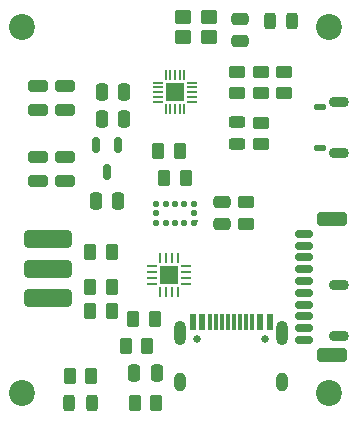
<source format=gts>
%TF.GenerationSoftware,KiCad,Pcbnew,9.0.4*%
%TF.CreationDate,2025-12-02T01:12:31+00:00*%
%TF.ProjectId,dtv2,64747632-2e6b-4696-9361-645f70636258,rev?*%
%TF.SameCoordinates,Original*%
%TF.FileFunction,Soldermask,Top*%
%TF.FilePolarity,Negative*%
%FSLAX46Y46*%
G04 Gerber Fmt 4.6, Leading zero omitted, Abs format (unit mm)*
G04 Created by KiCad (PCBNEW 9.0.4) date 2025-12-02 01:12:31*
%MOMM*%
%LPD*%
G01*
G04 APERTURE LIST*
G04 Aperture macros list*
%AMRoundRect*
0 Rectangle with rounded corners*
0 $1 Rounding radius*
0 $2 $3 $4 $5 $6 $7 $8 $9 X,Y pos of 4 corners*
0 Add a 4 corners polygon primitive as box body*
4,1,4,$2,$3,$4,$5,$6,$7,$8,$9,$2,$3,0*
0 Add four circle primitives for the rounded corners*
1,1,$1+$1,$2,$3*
1,1,$1+$1,$4,$5*
1,1,$1+$1,$6,$7*
1,1,$1+$1,$8,$9*
0 Add four rect primitives between the rounded corners*
20,1,$1+$1,$2,$3,$4,$5,0*
20,1,$1+$1,$4,$5,$6,$7,0*
20,1,$1+$1,$6,$7,$8,$9,0*
20,1,$1+$1,$8,$9,$2,$3,0*%
G04 Aperture macros list end*
%ADD10RoundRect,0.250000X0.262500X0.450000X-0.262500X0.450000X-0.262500X-0.450000X0.262500X-0.450000X0*%
%ADD11RoundRect,0.250000X-0.262500X-0.450000X0.262500X-0.450000X0.262500X0.450000X-0.262500X0.450000X0*%
%ADD12RoundRect,0.243750X0.243750X0.456250X-0.243750X0.456250X-0.243750X-0.456250X0.243750X-0.456250X0*%
%ADD13RoundRect,0.250000X-0.450000X0.262500X-0.450000X-0.262500X0.450000X-0.262500X0.450000X0.262500X0*%
%ADD14RoundRect,0.250000X0.450000X-0.262500X0.450000X0.262500X-0.450000X0.262500X-0.450000X-0.262500X0*%
%ADD15C,2.200000*%
%ADD16RoundRect,0.062500X0.127500X0.062500X-0.127500X0.062500X-0.127500X-0.062500X0.127500X-0.062500X0*%
%ADD17RoundRect,0.125000X0.125000X0.125000X-0.125000X0.125000X-0.125000X-0.125000X0.125000X-0.125000X0*%
%ADD18RoundRect,0.050000X-0.050000X0.375000X-0.050000X-0.375000X0.050000X-0.375000X0.050000X0.375000X0*%
%ADD19RoundRect,0.050000X-0.375000X0.050000X-0.375000X-0.050000X0.375000X-0.050000X0.375000X0.050000X0*%
%ADD20R,1.650000X1.650000*%
%ADD21RoundRect,0.243750X0.456250X-0.243750X0.456250X0.243750X-0.456250X0.243750X-0.456250X-0.243750X0*%
%ADD22RoundRect,0.250000X0.475000X-0.250000X0.475000X0.250000X-0.475000X0.250000X-0.475000X-0.250000X0*%
%ADD23RoundRect,0.150000X-0.150000X0.512500X-0.150000X-0.512500X0.150000X-0.512500X0.150000X0.512500X0*%
%ADD24RoundRect,0.250000X-0.450000X-0.350000X0.450000X-0.350000X0.450000X0.350000X-0.450000X0.350000X0*%
%ADD25RoundRect,0.250000X-0.475000X0.250000X-0.475000X-0.250000X0.475000X-0.250000X0.475000X0.250000X0*%
%ADD26RoundRect,0.062500X0.062500X-0.375000X0.062500X0.375000X-0.062500X0.375000X-0.062500X-0.375000X0*%
%ADD27RoundRect,0.062500X0.375000X-0.062500X0.375000X0.062500X-0.375000X0.062500X-0.375000X-0.062500X0*%
%ADD28R,1.600000X1.600000*%
%ADD29RoundRect,0.250000X-0.250000X-0.475000X0.250000X-0.475000X0.250000X0.475000X-0.250000X0.475000X0*%
%ADD30RoundRect,0.075000X0.425000X-0.175000X0.425000X0.175000X-0.425000X0.175000X-0.425000X-0.175000X0*%
%ADD31O,1.700000X0.900000*%
%ADD32RoundRect,0.243750X-0.243750X-0.456250X0.243750X-0.456250X0.243750X0.456250X-0.243750X0.456250X0*%
%ADD33RoundRect,0.250000X0.250000X0.475000X-0.250000X0.475000X-0.250000X-0.475000X0.250000X-0.475000X0*%
%ADD34C,0.650000*%
%ADD35R,0.600000X1.450000*%
%ADD36R,0.300000X1.450000*%
%ADD37O,1.000000X2.100000*%
%ADD38O,1.000000X1.600000*%
%ADD39RoundRect,0.375000X-1.675000X-0.375000X1.675000X-0.375000X1.675000X0.375000X-1.675000X0.375000X0*%
%ADD40RoundRect,0.150000X-0.625000X0.150000X-0.625000X-0.150000X0.625000X-0.150000X0.625000X0.150000X0*%
%ADD41RoundRect,0.250000X-1.000000X0.350000X-1.000000X-0.350000X1.000000X-0.350000X1.000000X0.350000X0*%
%ADD42RoundRect,0.250000X0.600000X-0.250000X0.600000X0.250000X-0.600000X0.250000X-0.600000X-0.250000X0*%
G04 APERTURE END LIST*
D10*
%TO.C,R2*%
X113412500Y-98800000D03*
X111587500Y-98800000D03*
%TD*%
D11*
%TO.C,R7*%
X110837500Y-94000000D03*
X112662500Y-94000000D03*
%TD*%
D12*
%TO.C,D3*%
X107937500Y-98800000D03*
X106062500Y-98800000D03*
%TD*%
D13*
%TO.C,R15*%
X122250000Y-70787500D03*
X122250000Y-72612500D03*
%TD*%
D14*
%TO.C,R4*%
X124250000Y-72612500D03*
X124250000Y-70787500D03*
%TD*%
D15*
%TO.C,H2*%
X128000000Y-67000000D03*
%TD*%
D11*
%TO.C,R9*%
X107837500Y-86000000D03*
X109662500Y-86000000D03*
%TD*%
D16*
%TO.C,U5*%
X116740000Y-83425000D03*
D17*
X116600000Y-83550000D03*
X115800000Y-83550000D03*
X115000000Y-83550000D03*
X114200000Y-83550000D03*
X113400000Y-83550000D03*
X113400000Y-82750000D03*
X113400000Y-81950000D03*
X114200000Y-81950000D03*
X115000000Y-81950000D03*
X115800000Y-81950000D03*
X116600000Y-81950000D03*
X116600000Y-82750000D03*
%TD*%
D11*
%TO.C,R8*%
X111437500Y-91750000D03*
X113262500Y-91750000D03*
%TD*%
D14*
%TO.C,R18*%
X122250000Y-76912500D03*
X122250000Y-75087500D03*
%TD*%
%TO.C,R3*%
X121000000Y-83662500D03*
X121000000Y-81837500D03*
%TD*%
D18*
%TO.C,U1*%
X115800000Y-71050000D03*
X115400000Y-71050000D03*
X115000000Y-71050000D03*
X114600000Y-71050000D03*
X114200000Y-71050000D03*
D19*
X113550000Y-71700000D03*
X113550000Y-72100000D03*
X113550000Y-72500000D03*
X113550000Y-72900000D03*
X113550000Y-73300000D03*
D18*
X114200000Y-73950000D03*
X114600000Y-73950000D03*
X115000000Y-73950000D03*
X115400000Y-73950000D03*
X115800000Y-73950000D03*
D19*
X116450000Y-73300000D03*
X116450000Y-72900000D03*
X116450000Y-72500000D03*
X116450000Y-72100000D03*
X116450000Y-71700000D03*
D20*
X115000000Y-72500000D03*
%TD*%
D15*
%TO.C,H4*%
X128000000Y-98000000D03*
%TD*%
D21*
%TO.C,D2*%
X120250000Y-76937500D03*
X120250000Y-75062500D03*
%TD*%
D22*
%TO.C,C7*%
X120500000Y-68200000D03*
X120500000Y-66300000D03*
%TD*%
D23*
%TO.C,U2*%
X110200000Y-76962500D03*
X108300000Y-76962500D03*
X109250000Y-79237500D03*
%TD*%
D10*
%TO.C,R11*%
X115912500Y-79750000D03*
X114087500Y-79750000D03*
%TD*%
D24*
%TO.C,Y1*%
X115650000Y-67850000D03*
X117850000Y-67850000D03*
X117850000Y-66150000D03*
X115650000Y-66150000D03*
%TD*%
D11*
%TO.C,R10*%
X107837500Y-91000000D03*
X109662500Y-91000000D03*
%TD*%
D25*
%TO.C,C6*%
X119000000Y-81800000D03*
X119000000Y-83700000D03*
%TD*%
D26*
%TO.C,U3*%
X113750000Y-89437500D03*
X114250000Y-89437500D03*
X114750000Y-89437500D03*
X115250000Y-89437500D03*
D27*
X115937500Y-88750000D03*
X115937500Y-88250000D03*
X115937500Y-87750000D03*
X115937500Y-87250000D03*
D26*
X115250000Y-86562500D03*
X114750000Y-86562500D03*
X114250000Y-86562500D03*
X113750000Y-86562500D03*
D27*
X113062500Y-87250000D03*
X113062500Y-87750000D03*
X113062500Y-88250000D03*
X113062500Y-88750000D03*
D28*
X114500000Y-88000000D03*
%TD*%
D29*
%TO.C,C5*%
X111550000Y-96250000D03*
X113450000Y-96250000D03*
%TD*%
D14*
%TO.C,R16*%
X120250000Y-72612500D03*
X120250000Y-70787500D03*
%TD*%
D10*
%TO.C,R12*%
X115412500Y-77500000D03*
X113587500Y-77500000D03*
%TD*%
D15*
%TO.C,H1*%
X102000000Y-67000000D03*
%TD*%
D30*
%TO.C,SW4*%
X127250000Y-73800000D03*
X127250000Y-77200000D03*
D31*
X128850000Y-73325000D03*
X128850000Y-77675000D03*
%TD*%
D29*
%TO.C,C4*%
X108800000Y-74750000D03*
X110700000Y-74750000D03*
%TD*%
%TO.C,C3*%
X108300000Y-81700000D03*
X110200000Y-81700000D03*
%TD*%
D11*
%TO.C,R17*%
X106087500Y-96500000D03*
X107912500Y-96500000D03*
%TD*%
D32*
%TO.C,D1*%
X123062500Y-66500000D03*
X124937500Y-66500000D03*
%TD*%
D33*
%TO.C,C1*%
X110700000Y-72500000D03*
X108800000Y-72500000D03*
%TD*%
D34*
%TO.C,J1*%
X116860000Y-93400000D03*
X122640000Y-93400000D03*
D35*
X116500000Y-91955000D03*
X117300000Y-91955000D03*
D36*
X118500000Y-91955000D03*
X119500000Y-91955000D03*
X120000000Y-91955000D03*
X121000000Y-91955000D03*
D35*
X122200000Y-91955000D03*
X123000000Y-91955000D03*
X123000000Y-91955000D03*
X122200000Y-91955000D03*
D36*
X121500000Y-91955000D03*
X120500000Y-91955000D03*
X119000000Y-91955000D03*
X118000000Y-91955000D03*
D35*
X117300000Y-91955000D03*
X116500000Y-91955000D03*
D37*
X115430000Y-92870000D03*
D38*
X115430000Y-97050000D03*
D37*
X124070000Y-92870000D03*
D38*
X124070000Y-97050000D03*
%TD*%
D39*
%TO.C,SW1*%
X104250000Y-84960000D03*
X104250000Y-87460000D03*
X104250000Y-89960000D03*
%TD*%
D11*
%TO.C,R6*%
X107837500Y-89000000D03*
X109662500Y-89000000D03*
%TD*%
D15*
%TO.C,H3*%
X102000000Y-98000000D03*
%TD*%
D40*
%TO.C,J3*%
X125925000Y-84500000D03*
X125925000Y-85500000D03*
X125925000Y-86500000D03*
X125925000Y-87500000D03*
X125925000Y-88500000D03*
X125925000Y-89500000D03*
X125925000Y-90500000D03*
X125925000Y-91500000D03*
X125925000Y-92500000D03*
X125925000Y-93500000D03*
D41*
X128250000Y-83250000D03*
X128250000Y-94750000D03*
%TD*%
D42*
%TO.C,SW3*%
X105675000Y-80000000D03*
X105675000Y-78000000D03*
X105675000Y-74000000D03*
X105675000Y-72000000D03*
X103375000Y-80000000D03*
X103375000Y-78000000D03*
X103375000Y-74000000D03*
X103375000Y-72000000D03*
%TD*%
D31*
%TO.C,SW2*%
X128850000Y-93175000D03*
X128850000Y-88825000D03*
%TD*%
M02*

</source>
